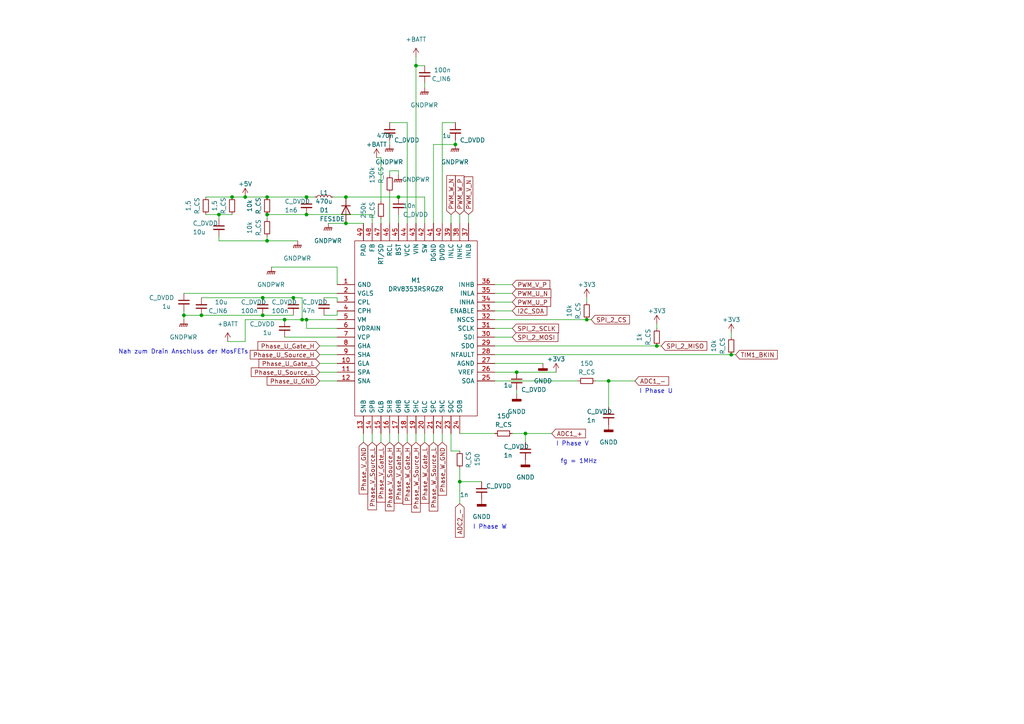
<source format=kicad_sch>
(kicad_sch (version 20230121) (generator eeschema)
  (paper "A4")
  (lib_symbols
    (symbol "Device:C_Small" (pin_numbers hide) (pin_names (offset 0.254) hide)
      (property "Reference" "C" (at 0.254 1.778 0))
      (property "Value" "C_Small" (at 0.254 -2.032 0))
      (symbol "C_Small_0_1"
        (polyline (pts (xy -1.524 -0.508) (xy 1.524 -0.508)) (stroke (width 0.3302)))
        (polyline (pts (xy -1.524 0.508) (xy 1.524 0.508)) (stroke (width 0.3048)))
      )
      (symbol "C_Small_1_1"
        (pin passive line (at 0 2.54 270) (length 2.032) (name "~") (number "1"))
        (pin passive line (at 0 -2.54 90) (length 2.032) (name "~") (number "2"))
      )
    )
    (symbol "Device:L_Small" (pin_numbers hide) (pin_names (offset 0.254) hide)
      (property "Reference" "L" (at 0.762 1.016 0))
      (property "Value" "L_Small" (at 0.762 -1.016 0))
      (symbol "L_Small_0_1"
        (arc (start 0 -2.032) (mid 0.5058 -1.524) (end 0 -1.016))
        (arc (start 0 -1.016) (mid 0.5058 -0.508) (end 0 0))
        (arc (start 0 0) (mid 0.5058 0.508) (end 0 1.016))
        (arc (start 0 1.016) (mid 0.5058 1.524) (end 0 2.032))
      )
      (symbol "L_Small_1_1"
        (pin passive line (at 0 2.54 270) (length 0.508) (name "~") (number "1"))
        (pin passive line (at 0 -2.54 90) (length 0.508) (name "~") (number "2"))
      )
    )
    (symbol "Device:R_Small" (pin_numbers hide) (pin_names (offset 0.254) hide)
      (property "Reference" "R" (at 0.762 0.508 0))
      (property "Value" "R_Small" (at 0.762 -1.016 0))
      (symbol "R_Small_0_1"
        (rectangle (start -0.762 1.778) (end 0.762 -1.778) (stroke (width 0.2032)))
      )
      (symbol "R_Small_1_1"
        (pin passive line (at 0 2.54 270) (length 0.762) (name "~") (number "1"))
        (pin passive line (at 0 -2.54 90) (length 0.762) (name "~") (number "2"))
      )
    )
    (symbol "Diode:1N914" (pin_numbers hide) (pin_names hide)
      (property "Reference" "D" (at 0 2.54 0))
      (property "Value" "1N914" (at 0 -2.54 0))
      (symbol "1N914_0_1"
        (polyline (pts (xy -1.27 1.27) (xy -1.27 -1.27)) (stroke (width 0.254)))
        (polyline (pts (xy 1.27 0) (xy -1.27 0)))
        (polyline (pts (xy 1.27 1.27) (xy 1.27 -1.27) (xy -1.27 0) (xy 1.27 1.27)) (stroke (width 0.254)))
      )
      (symbol "1N914_1_1"
        (pin passive line (at -3.81 0 0) (length 2.54) (name "K") (number "1"))
        (pin passive line (at 3.81 0 180) (length 2.54) (name "A") (number "2"))
      )
    )
    (symbol "SamacSys_Parts:DRV8353RSRGZR" (pin_names (offset 0.762))
      (property "Reference" "M" (at 41.91 17.78 0))
      (property "Value" "DRV8353RSRGZR" (at 41.91 15.24 0))
      (symbol "DRV8353RSRGZR_0_0"
        (pin passive line (at 0 0 0) (length 5.08) (name "GND") (number "1"))
        (pin passive line (at 0 -22.86 0) (length 5.08) (name "GLA") (number "10"))
        (pin passive line (at 0 -25.4 0) (length 5.08) (name "SPA") (number "11"))
        (pin passive line (at 0 -27.94 0) (length 5.08) (name "SNA") (number "12"))
        (pin passive line (at 7.62 -43.18 90) (length 5.08) (name "SNB") (number "13"))
        (pin passive line (at 10.16 -43.18 90) (length 5.08) (name "SPB") (number "14"))
        (pin passive line (at 12.7 -43.18 90) (length 5.08) (name "GLB") (number "15"))
        (pin passive line (at 15.24 -43.18 90) (length 5.08) (name "SHB") (number "16"))
        (pin passive line (at 17.78 -43.18 90) (length 5.08) (name "GHB") (number "17"))
        (pin passive line (at 20.32 -43.18 90) (length 5.08) (name "GHC") (number "18"))
        (pin passive line (at 22.86 -43.18 90) (length 5.08) (name "SHC") (number "19"))
        (pin passive line (at 0 -2.54 0) (length 5.08) (name "VGLS") (number "2"))
        (pin passive line (at 25.4 -43.18 90) (length 5.08) (name "GLC") (number "20"))
        (pin passive line (at 27.94 -43.18 90) (length 5.08) (name "SPC") (number "21"))
        (pin passive line (at 30.48 -43.18 90) (length 5.08) (name "SNC") (number "22"))
        (pin passive line (at 33.02 -43.18 90) (length 5.08) (name "SOC") (number "23"))
        (pin passive line (at 35.56 -43.18 90) (length 5.08) (name "SOB") (number "24"))
        (pin passive line (at 45.72 -27.94 180) (length 5.08) (name "SOA") (number "25"))
        (pin passive line (at 45.72 -25.4 180) (length 5.08) (name "VREF") (number "26"))
        (pin passive line (at 45.72 -22.86 180) (length 5.08) (name "AGND") (number "27"))
        (pin passive line (at 45.72 -20.32 180) (length 5.08) (name "NFAULT") (number "28"))
        (pin passive line (at 45.72 -17.78 180) (length 5.08) (name "SDO") (number "29"))
        (pin passive line (at 0 -5.08 0) (length 5.08) (name "CPL") (number "3"))
        (pin passive line (at 45.72 -15.24 180) (length 5.08) (name "SDI") (number "30"))
        (pin passive line (at 45.72 -12.7 180) (length 5.08) (name "SCLK") (number "31"))
        (pin passive line (at 45.72 -10.16 180) (length 5.08) (name "NSCS") (number "32"))
        (pin passive line (at 45.72 -7.62 180) (length 5.08) (name "ENABLE") (number "33"))
        (pin passive line (at 45.72 -5.08 180) (length 5.08) (name "INHA") (number "34"))
        (pin passive line (at 45.72 -2.54 180) (length 5.08) (name "INLA") (number "35"))
        (pin passive line (at 45.72 0 180) (length 5.08) (name "INHB") (number "36"))
        (pin passive line (at 38.1 17.78 270) (length 5.08) (name "INLB") (number "37"))
        (pin passive line (at 35.56 17.78 270) (length 5.08) (name "INHC") (number "38"))
        (pin passive line (at 33.02 17.78 270) (length 5.08) (name "INLC") (number "39"))
        (pin passive line (at 0 -7.62 0) (length 5.08) (name "CPH") (number "4"))
        (pin passive line (at 30.48 17.78 270) (length 5.08) (name "DVDD") (number "40"))
        (pin passive line (at 27.94 17.78 270) (length 5.08) (name "DGND") (number "41"))
        (pin passive line (at 25.4 17.78 270) (length 5.08) (name "SW") (number "42"))
        (pin passive line (at 22.86 17.78 270) (length 5.08) (name "VIN") (number "43"))
        (pin passive line (at 20.32 17.78 270) (length 5.08) (name "VCC") (number "44"))
        (pin passive line (at 17.78 17.78 270) (length 5.08) (name "BST") (number "45"))
        (pin passive line (at 15.24 17.78 270) (length 5.08) (name "RCL") (number "46"))
        (pin passive line (at 12.7 17.78 270) (length 5.08) (name "RT/SD") (number "47"))
        (pin passive line (at 10.16 17.78 270) (length 5.08) (name "FB") (number "48"))
        (pin passive line (at 7.62 17.78 270) (length 5.08) (name "PAD") (number "49"))
        (pin passive line (at 0 -10.16 0) (length 5.08) (name "VM") (number "5"))
        (pin passive line (at 0 -12.7 0) (length 5.08) (name "VDRAIN") (number "6"))
        (pin passive line (at 0 -15.24 0) (length 5.08) (name "VCP") (number "7"))
        (pin passive line (at 0 -17.78 0) (length 5.08) (name "GHA") (number "8"))
        (pin passive line (at 0 -20.32 0) (length 5.08) (name "SHA") (number "9"))
      )
      (symbol "DRV8353RSRGZR_0_1"
        (polyline (pts (xy 5.08 12.7) (xy 40.64 12.7) (xy 40.64 -38.1) (xy 5.08 -38.1) (xy 5.08 12.7)) (stroke (width 0.1524)))
      )
    )
    (symbol "power:+3.3V" (power) (pin_names (offset 0))
      (property "Value" "+3.3V" (at 0 3.556 0))
      (symbol "+3.3V_0_1"
        (polyline (pts (xy -0.762 1.27) (xy 0 2.54)))
        (polyline (pts (xy 0 0) (xy 0 2.54)))
        (polyline (pts (xy 0 2.54) (xy 0.762 1.27)))
      )
      (symbol "+3.3V_1_1"
        (pin power_in line (at 0 0 90) (length 0) hide (name "+3V3") (number "1"))
      )
    )
    (symbol "power:+5V" (power) (pin_names (offset 0))
      (property "Value" "+5V" (at 0 3.556 0))
      (symbol "+5V_0_1"
        (polyline (pts (xy -0.762 1.27) (xy 0 2.54)))
        (polyline (pts (xy 0 0) (xy 0 2.54)))
        (polyline (pts (xy 0 2.54) (xy 0.762 1.27)))
      )
      (symbol "+5V_1_1"
        (pin power_in line (at 0 0 90) (length 0) hide (name "+5V") (number "1"))
      )
    )
    (symbol "power:+BATT" (power) (pin_names (offset 0))
      (property "Value" "+BATT" (at 0 3.556 0))
      (symbol "+BATT_0_1"
        (polyline (pts (xy -0.762 1.27) (xy 0 2.54)))
        (polyline (pts (xy 0 0) (xy 0 2.54)))
        (polyline (pts (xy 0 2.54) (xy 0.762 1.27)))
      )
      (symbol "+BATT_1_1"
        (pin power_in line (at 0 0 90) (length 0) hide (name "+BATT") (number "1"))
      )
    )
    (symbol "power:GNDD" (power) (pin_names (offset 0))
      (property "Value" "GNDD" (at 0 -3.175 0))
      (symbol "GNDD_0_1"
        (rectangle (start -1.27 -1.524) (end 1.27 -2.032) (stroke (width 0.254)) (fill (type outline)))
        (polyline (pts (xy 0 0) (xy 0 -1.524)))
      )
      (symbol "GNDD_1_1"
        (pin power_in line (at 0 0 270) (length 0) hide (name "GNDD") (number "1"))
      )
    )
    (symbol "power:GNDPWR" (power) (pin_names (offset 0))
      (property "Value" "GNDPWR" (at 0 -3.302 0))
      (symbol "GNDPWR_0_1"
        (polyline (pts (xy 0 -1.27) (xy 0 0)))
        (polyline (pts (xy -1.016 -1.27) (xy -1.27 -2.032) (xy -1.27 -2.032)) (stroke (width 0.2032)))
        (polyline (pts (xy -0.508 -1.27) (xy -0.762 -2.032) (xy -0.762 -2.032)) (stroke (width 0.2032)))
        (polyline (pts (xy 0 -1.27) (xy -0.254 -2.032) (xy -0.254 -2.032)) (stroke (width 0.2032)))
        (polyline (pts (xy 0.508 -1.27) (xy 0.254 -2.032) (xy 0.254 -2.032)) (stroke (width 0.2032)))
        (polyline (pts (xy 1.016 -1.27) (xy -1.016 -1.27) (xy -1.016 -1.27)) (stroke (width 0.2032)))
        (polyline (pts (xy 1.016 -1.27) (xy 0.762 -2.032) (xy 0.762 -2.032) (xy 0.762 -2.032)) (stroke (width 0.2032)))
      )
      (symbol "GNDPWR_1_1"
        (pin power_in line (at 0 0 270) (length 0) hide (name "GNDPWR") (number "1"))
      )
    )
  )
  (junction (at 115.57 57.15))
  (junction (at 85.09 86.36))
  (junction (at 100.33 57.15))
  (junction (at 77.47 57.15))
  (junction (at 88.9 62.23))
  (junction (at 76.2 86.36))
  (junction (at 100.33 64.77))
  (junction (at 149.86 107.95))
  (junction (at 152.4 125.73))
  (junction (at 53.34 91.44))
  (junction (at 63.5 62.23))
  (junction (at 76.2 91.44))
  (junction (at 77.47 62.23))
  (junction (at 82.55 92.71))
  (junction (at 77.47 69.85))
  (junction (at 88.9 92.71))
  (junction (at 67.31 57.15))
  (junction (at 170.18 92.71))
  (junction (at 133.35 139.7))
  (junction (at 88.9 57.15))
  (junction (at 71.12 57.15))
  (junction (at 212.09 102.87))
  (junction (at 87.63 92.71))
  (junction (at 176.53 110.49))
  (junction (at 120.65 19.05))
  (junction (at 132.08 41.91))
  (junction (at 58.42 91.44))
  (junction (at 190.5 100.33))
  (wire (pts (xy 190.5 100.33) (xy 191.77 100.33)))
  (wire (pts (xy 128.27 35.56) (xy 128.27 64.77)))
  (wire (pts (xy 113.03 40.64) (xy 113.03 41.91)))
  (wire (pts (xy 143.51 110.49) (xy 167.64 110.49)))
  (wire (pts (xy 63.5 62.23) (xy 67.31 62.23)))
  (wire (pts (xy 125.73 125.73) (xy 125.73 128.27)))
  (wire (pts (xy 110.49 63.5) (xy 110.49 64.77)))
  (wire (pts (xy 105.41 125.73) (xy 105.41 128.27)))
  (wire (pts (xy 212.09 96.52) (xy 212.09 97.79)))
  (wire (pts (xy 143.51 90.17) (xy 148.59 90.17)))
  (wire (pts (xy 120.65 125.73) (xy 120.65 128.27)))
  (wire (pts (xy 71.12 92.71) (xy 82.55 92.71)))
  (wire (pts (xy 67.31 57.15) (xy 71.12 57.15)))
  (wire (pts (xy 130.81 130.81) (xy 133.35 130.81)))
  (wire (pts (xy 130.81 62.23) (xy 130.81 64.77)))
  (wire (pts (xy 77.47 62.23) (xy 77.47 63.5)))
  (wire (pts (xy 143.51 87.63) (xy 148.59 87.63)))
  (wire (pts (xy 85.09 86.36) (xy 87.63 86.36)))
  (wire (pts (xy 152.4 128.27) (xy 152.4 125.73)))
  (wire (pts (xy 95.25 64.77) (xy 100.33 64.77)))
  (wire (pts (xy 143.51 105.41) (xy 157.48 105.41)))
  (wire (pts (xy 149.86 107.95) (xy 161.29 107.95)))
  (wire (pts (xy 77.47 69.85) (xy 86.36 69.85)))
  (wire (pts (xy 88.9 57.15) (xy 91.44 57.15)))
  (wire (pts (xy 58.42 91.44) (xy 76.2 91.44)))
  (wire (pts (xy 87.63 86.36) (xy 87.63 92.71)))
  (wire (pts (xy 118.11 35.56) (xy 118.11 64.77)))
  (wire (pts (xy 120.65 19.05) (xy 120.65 64.77)))
  (wire (pts (xy 100.33 64.77) (xy 105.41 64.77)))
  (wire (pts (xy 113.03 49.53) (xy 115.57 49.53)))
  (wire (pts (xy 143.51 82.55) (xy 148.59 82.55)))
  (wire (pts (xy 143.51 85.09) (xy 148.59 85.09)))
  (wire (pts (xy 135.89 62.23) (xy 135.89 64.77)))
  (wire (pts (xy 113.03 55.88) (xy 113.03 64.77)))
  (wire (pts (xy 110.49 45.72) (xy 110.49 58.42)))
  (wire (pts (xy 88.9 95.25) (xy 97.79 95.25)))
  (wire (pts (xy 82.55 97.79) (xy 97.79 97.79)))
  (wire (pts (xy 143.51 107.95) (xy 149.86 107.95)))
  (wire (pts (xy 93.98 86.36) (xy 97.79 86.36)))
  (wire (pts (xy 58.42 86.36) (xy 76.2 86.36)))
  (wire (pts (xy 77.47 62.23) (xy 88.9 62.23)))
  (wire (pts (xy 170.18 92.71) (xy 171.45 92.71)))
  (wire (pts (xy 63.5 68.58) (xy 63.5 69.85)))
  (wire (pts (xy 77.47 68.58) (xy 77.47 69.85)))
  (wire (pts (xy 120.65 16.51) (xy 120.65 19.05)))
  (wire (pts (xy 77.47 57.15) (xy 88.9 57.15)))
  (wire (pts (xy 128.27 125.73) (xy 128.27 128.27)))
  (wire (pts (xy 133.35 146.05) (xy 133.35 139.7)))
  (wire (pts (xy 149.86 113.03) (xy 149.86 114.3)))
  (wire (pts (xy 113.03 49.53) (xy 113.03 50.8)))
  (wire (pts (xy 115.57 62.23) (xy 115.57 64.77)))
  (wire (pts (xy 88.9 92.71) (xy 97.79 92.71)))
  (wire (pts (xy 132.08 40.64) (xy 132.08 41.91)))
  (wire (pts (xy 92.71 100.33) (xy 97.79 100.33)))
  (wire (pts (xy 110.49 125.73) (xy 110.49 128.27)))
  (wire (pts (xy 59.69 62.23) (xy 63.5 62.23)))
  (wire (pts (xy 133.35 139.7) (xy 133.35 135.89)))
  (wire (pts (xy 170.18 86.36) (xy 170.18 87.63)))
  (wire (pts (xy 143.51 95.25) (xy 148.59 95.25)))
  (wire (pts (xy 100.33 57.15) (xy 115.57 57.15)))
  (wire (pts (xy 87.63 92.71) (xy 88.9 92.71)))
  (wire (pts (xy 53.34 85.09) (xy 97.79 85.09)))
  (wire (pts (xy 92.71 105.41) (xy 97.79 105.41)))
  (wire (pts (xy 190.5 93.98) (xy 190.5 95.25)))
  (wire (pts (xy 115.57 57.15) (xy 123.19 57.15)))
  (wire (pts (xy 115.57 125.73) (xy 115.57 128.27)))
  (wire (pts (xy 143.51 100.33) (xy 190.5 100.33)))
  (wire (pts (xy 96.52 57.15) (xy 100.33 57.15)))
  (wire (pts (xy 88.9 92.71) (xy 88.9 95.25)))
  (wire (pts (xy 110.49 45.72) (xy 109.22 45.72)))
  (wire (pts (xy 176.53 110.49) (xy 176.53 118.11)))
  (wire (pts (xy 113.03 125.73) (xy 113.03 128.27)))
  (wire (pts (xy 120.65 19.05) (xy 123.19 19.05)))
  (wire (pts (xy 66.04 99.06) (xy 71.12 99.06)))
  (wire (pts (xy 82.55 92.71) (xy 87.63 92.71)))
  (wire (pts (xy 125.73 41.91) (xy 132.08 41.91)))
  (wire (pts (xy 97.79 86.36) (xy 97.79 87.63)))
  (wire (pts (xy 115.57 49.53) (xy 115.57 50.8)))
  (wire (pts (xy 53.34 91.44) (xy 58.42 91.44)))
  (wire (pts (xy 76.2 91.44) (xy 85.09 91.44)))
  (wire (pts (xy 107.95 125.73) (xy 107.95 128.27)))
  (wire (pts (xy 92.71 107.95) (xy 97.79 107.95)))
  (wire (pts (xy 107.95 62.23) (xy 107.95 64.77)))
  (wire (pts (xy 143.51 97.79) (xy 148.59 97.79)))
  (wire (pts (xy 212.09 102.87) (xy 213.36 102.87)))
  (wire (pts (xy 143.51 92.71) (xy 170.18 92.71)))
  (wire (pts (xy 63.5 62.23) (xy 63.5 63.5)))
  (wire (pts (xy 123.19 57.15) (xy 123.19 64.77)))
  (wire (pts (xy 123.19 24.13) (xy 123.19 25.4)))
  (wire (pts (xy 76.2 86.36) (xy 85.09 86.36)))
  (wire (pts (xy 128.27 35.56) (xy 132.08 35.56)))
  (wire (pts (xy 92.71 110.49) (xy 97.79 110.49)))
  (wire (pts (xy 71.12 57.15) (xy 77.47 57.15)))
  (wire (pts (xy 63.5 69.85) (xy 77.47 69.85)))
  (wire (pts (xy 93.98 91.44) (xy 97.79 91.44)))
  (wire (pts (xy 53.34 90.17) (xy 53.34 91.44)))
  (wire (pts (xy 130.81 125.73) (xy 130.81 130.81)))
  (wire (pts (xy 143.51 102.87) (xy 212.09 102.87)))
  (wire (pts (xy 53.34 91.44) (xy 53.34 92.71)))
  (wire (pts (xy 123.19 125.73) (xy 123.19 128.27)))
  (wire (pts (xy 160.02 125.73) (xy 152.4 125.73)))
  (wire (pts (xy 71.12 92.71) (xy 71.12 99.06)))
  (wire (pts (xy 92.71 102.87) (xy 97.79 102.87)))
  (wire (pts (xy 78.74 77.47) (xy 97.79 77.47)))
  (wire (pts (xy 97.79 90.17) (xy 97.79 91.44)))
  (wire (pts (xy 152.4 125.73) (xy 148.59 125.73)))
  (wire (pts (xy 88.9 62.23) (xy 107.95 62.23)))
  (wire (pts (xy 97.79 77.47) (xy 97.79 82.55)))
  (wire (pts (xy 172.72 110.49) (xy 176.53 110.49)))
  (wire (pts (xy 125.73 41.91) (xy 125.73 64.77)))
  (wire (pts (xy 133.35 125.73) (xy 143.51 125.73)))
  (wire (pts (xy 118.11 125.73) (xy 118.11 128.27)))
  (wire (pts (xy 113.03 35.56) (xy 118.11 35.56)))
  (wire (pts (xy 133.35 62.23) (xy 133.35 64.77)))
  (wire (pts (xy 176.53 110.49) (xy 184.15 110.49)))
  (wire (pts (xy 59.69 57.15) (xy 67.31 57.15)))
  (wire (pts (xy 139.7 139.7) (xy 133.35 139.7)))
  (text "fg = 1MHz" (at 162.56 134.62 0) (effects (font (size 1.27 1.27)) (justify left bottom)))
  (text "I Phase W" (at 137.16 153.67 0) (effects (font (size 1.27 1.27)) (justify left bottom)))
  (text "Nah zum Drain Anschluss der MosFETs" (at 34.29 102.87 0) (effects (font (size 1.27 1.27)) (justify left bottom)))
  (text "I Phase U" (at 185.42 114.3 0) (effects (font (size 1.27 1.27)) (justify left bottom)))
  (text "I Phase V" (at 161.29 129.54 0) (effects (font (size 1.27 1.27)) (justify left bottom)))
  (global_label "PWM_W_N" (shape input) (at 130.81 62.23 90) (property "Intersheetrefs" "${INTERSHEET_REFS}" (effects hide)))
  (global_label "PWM_U_N" (shape input) (at 148.59 85.09 0) (property "Intersheetrefs" "${INTERSHEET_REFS}" (effects hide)))
  (global_label "PWM_V_P" (shape input) (at 148.59 82.55 0) (property "Intersheetrefs" "${INTERSHEET_REFS}" (effects hide)))
  (global_label "Phase_U_Source_L" (shape input) (at 92.71 107.95 180) (property "Intersheetrefs" "${INTERSHEET_REFS}" (effects hide)))
  (global_label "Phase_W_Gate_H" (shape input) (at 118.11 128.27 270) (property "Intersheetrefs" "${INTERSHEET_REFS}" (effects hide)))
  (global_label "Phase_W_Source_H" (shape input) (at 120.65 128.27 270) (property "Intersheetrefs" "${INTERSHEET_REFS}" (effects hide)))
  (global_label "Phase_V_Source_H" (shape input) (at 113.03 128.27 270) (property "Intersheetrefs" "${INTERSHEET_REFS}" (effects hide)))
  (global_label "Phase_V_Source_L" (shape input) (at 107.95 128.27 270) (property "Intersheetrefs" "${INTERSHEET_REFS}" (effects hide)))
  (global_label "Phase_U_Gate_L" (shape input) (at 92.71 105.41 180) (property "Intersheetrefs" "${INTERSHEET_REFS}" (effects hide)))
  (global_label "Phase_U_Source_H" (shape input) (at 92.71 102.87 180) (property "Intersheetrefs" "${INTERSHEET_REFS}" (effects hide)))
  (global_label "Phase_V_GND" (shape input) (at 105.41 128.27 270) (property "Intersheetrefs" "${INTERSHEET_REFS}" (effects hide)))
  (global_label "Phase_W_GND" (shape input) (at 128.27 128.27 270) (property "Intersheetrefs" "${INTERSHEET_REFS}" (effects hide)))
  (global_label "PWM_V_N" (shape input) (at 135.89 62.23 90) (property "Intersheetrefs" "${INTERSHEET_REFS}" (effects hide)))
  (global_label "ADC1_+" (shape input) (at 160.02 125.73 0) (property "Intersheetrefs" "${INTERSHEET_REFS}" (effects hide)))
  (global_label "SPI_2_SCLK" (shape input) (at 148.59 95.25 0) (property "Intersheetrefs" "${INTERSHEET_REFS}" (effects hide)))
  (global_label "PWM_W_P" (shape input) (at 133.35 62.23 90) (property "Intersheetrefs" "${INTERSHEET_REFS}" (effects hide)))
  (global_label "I2C_SDA" (shape input) (at 148.59 90.17 0) (property "Intersheetrefs" "${INTERSHEET_REFS}" (effects hide)))
  (global_label "PWM_U_P" (shape input) (at 148.59 87.63 0) (property "Intersheetrefs" "${INTERSHEET_REFS}" (effects hide)))
  (global_label "Phase_W_Source_L" (shape input) (at 125.73 128.27 270) (property "Intersheetrefs" "${INTERSHEET_REFS}" (effects hide)))
  (global_label "SPI_2_MISO" (shape input) (at 191.77 100.33 0) (property "Intersheetrefs" "${INTERSHEET_REFS}" (effects hide)))
  (global_label "SPI_2_MOSI" (shape input) (at 148.59 97.79 0) (property "Intersheetrefs" "${INTERSHEET_REFS}" (effects hide)))
  (global_label "ADC2_-" (shape input) (at 133.35 146.05 270) (property "Intersheetrefs" "${INTERSHEET_REFS}" (effects hide)))
  (global_label "ADC1_-" (shape input) (at 184.15 110.49 0) (property "Intersheetrefs" "${INTERSHEET_REFS}" (effects hide)))
  (global_label "Phase_V_Gate_L" (shape input) (at 110.49 128.27 270) (property "Intersheetrefs" "${INTERSHEET_REFS}" (effects hide)))
  (global_label "Phase_U_GND" (shape input) (at 92.71 110.49 180) (property "Intersheetrefs" "${INTERSHEET_REFS}" (effects hide)))
  (global_label "Phase_W_Gate_L" (shape input) (at 123.19 128.27 270) (property "Intersheetrefs" "${INTERSHEET_REFS}" (effects hide)))
  (global_label "SPI_2_CS" (shape input) (at 171.45 92.71 0) (property "Intersheetrefs" "${INTERSHEET_REFS}" (effects hide)))
  (global_label "Phase_V_Gate_H" (shape input) (at 115.57 128.27 270) (property "Intersheetrefs" "${INTERSHEET_REFS}" (effects hide)))
  (global_label "TIM1_BKIN" (shape input) (at 213.36 102.87 0) (property "Intersheetrefs" "${INTERSHEET_REFS}" (effects hide)))
  (global_label "Phase_U_Gate_H" (shape input) (at 92.71 100.33 180) (property "Intersheetrefs" "${INTERSHEET_REFS}" (effects hide)))
  (symbol (lib_id "Device:C_Small") (at 85.09 88.9 0) (unit 1)
    (property "Reference" "C_DVDD" (at 78.74 87.63 0) (effects (justify left)))
    (property "Value" "100n" (at 78.74 90.17 0) (effects (justify left)))
    (property "Footprint" "Capacitor_SMD:C_0402_1005Metric" (effects hide))
    (property "Datasheet" "https://www.mouser.de/ProductDetail/Taiyo-Yuden/TMK107B7105MA-T?qs=VWNNG7jHlrKKMg%252BvIL9SkQ%3D%3D" (effects hide))
    (instances (project "Leistungs_Halbleiter_Platine" (path "" (reference "C_DVDD") (unit 1))) (project "Servo_Controller_Rev2" (path "" (reference "C_DVDD") (unit 1))) (project "Servo_Treiber" (path "" (reference "C_I_V1") (unit 1))) (project "Leistungsteil" (path "" (reference "C_VM1") (unit 1))))
  )
  (symbol (lib_id "Device:C_Small") (at 113.03 38.1 0) (unit 1)
    (property "Reference" "C_DVDD" (at 114.3 40.64 0) (effects (justify left)))
    (property "Value" "470n" (at 109.22 39.37 0) (effects (justify left)))
    (property "Footprint" "Capacitor_SMD:C_0402_1005Metric" (effects hide))
    (property "Datasheet" "https://www.mouser.de/ProductDetail/Taiyo-Yuden/TMK107B7105MA-T?qs=VWNNG7jHlrKKMg%252BvIL9SkQ%3D%3D" (effects hide))
    (instances (project "Leistungs_Halbleiter_Platine" (path "" (reference "C_DVDD") (unit 1))) (project "Servo_Controller_Rev2" (path "" (reference "C_DVDD") (unit 1))) (project "Servo_Treiber" (path "" (reference "C_I_W1") (unit 1))) (project "Leistungsteil" (path "" (reference "C_VCC1") (unit 1))))
  )
  (symbol (lib_id "Device:R_Small") (at 113.03 53.34 180) (unit 1)
    (property "Reference" "R_CS" (at 110.49 50.8 90))
    (property "Value" "130k" (at 107.95 50.8 90))
    (property "Footprint" "Resistor_SMD:R_0201_0603Metric" (effects hide))
    (instances (project "Leistungs_Halbleiter_Platine" (path "" (reference "R_CS") (unit 1))) (project "Servo_Controller_Rev2" (path "" (reference "R_CS") (unit 1))) (project "Servo_Treiber" (path "" (reference "R_I_V1") (unit 1))) (project "Leistungsteil" (path "" (reference "R_RCL1") (unit 1))))
  )
  (symbol (lib_id "power:+5V") (at 71.12 57.15 0) (unit 1)
    (property "Reference" "#PWR036" (effects hide))
    (property "Value" "+5V" (at 71.12 53.34 0))
  )
  (symbol (lib_id "Device:C_Small") (at 115.57 59.69 0) (unit 1)
    (property "Reference" "C_DVDD" (at 116.84 62.23 0) (effects (justify left)))
    (property "Value" "10n" (at 116.84 59.69 0) (effects (justify left)))
    (property "Footprint" "Capacitor_SMD:C_0402_1005Metric" (effects hide))
    (property "Datasheet" "https://www.mouser.de/ProductDetail/Taiyo-Yuden/TMK107B7105MA-T?qs=VWNNG7jHlrKKMg%252BvIL9SkQ%3D%3D" (effects hide))
    (instances (project "Leistungs_Halbleiter_Platine" (path "" (reference "C_DVDD") (unit 1))) (project "Servo_Controller_Rev2" (path "" (reference "C_DVDD") (unit 1))) (project "Servo_Treiber" (path "" (reference "C_I_W1") (unit 1))) (project "Leistungsteil" (path "" (reference "C_BST1") (unit 1))))
  )
  (symbol (lib_id "power:GNDD") (at 149.86 114.3 0) (unit 1)
    (property "Reference" "#PWR098" (effects hide))
    (property "Value" "GNDD" (at 149.86 119.38 0))
    (instances (project "Leistungs_Halbleiter_Platine" (path "" (reference "#PWR098") (unit 1))) (project "Servo_Controller_Rev2" (path "" (reference "#PWR098") (unit 1))) (project "Servo_Treiber" (path "" (reference "#PWR060") (unit 1))) (project "Leistungsteil" (path "" (reference "#PWR029") (unit 1))))
  )
  (symbol (lib_id "Device:C_Small") (at 176.53 120.65 0) (unit 1)
    (property "Reference" "C_DVDD" (at 170.18 119.38 0) (effects (justify left)))
    (property "Value" "1n" (at 170.18 121.92 0) (effects (justify left)))
    (property "Footprint" "Capacitor_SMD:C_0201_0603Metric" (effects hide))
    (property "Datasheet" "https://www.mouser.de/ProductDetail/Taiyo-Yuden/TMK107B7105MA-T?qs=VWNNG7jHlrKKMg%252BvIL9SkQ%3D%3D" (effects hide))
    (instances (project "Leistungs_Halbleiter_Platine" (path "" (reference "C_DVDD") (unit 1))) (project "Servo_Controller_Rev2" (path "" (reference "C_DVDD") (unit 1))) (project "Servo_Treiber" (path "" (reference "C_I_U1") (unit 1))) (project "Leistungsteil" (path "" (reference "C_Filter_U1") (unit 1))))
  )
  (symbol (lib_id "Device:C_Small") (at 88.9 59.69 0) (unit 1)
    (property "Reference" "C_DVDD" (at 82.55 58.42 0) (effects (justify left)))
    (property "Value" "1n6" (at 82.55 60.96 0) (effects (justify left)))
    (property "Footprint" "Capacitor_SMD:C_0402_1005Metric" (effects hide))
    (property "Datasheet" "https://www.mouser.de/ProductDetail/Taiyo-Yuden/TMK107B7105MA-T?qs=VWNNG7jHlrKKMg%252BvIL9SkQ%3D%3D" (effects hide))
    (instances (project "Leistungs_Halbleiter_Platine" (path "" (reference "C_DVDD") (unit 1))) (project "Servo_Controller_Rev2" (path "" (reference "C_DVDD") (unit 1))) (project "Servo_Treiber" (path "" (reference "C_I_W1") (unit 1))) (project "Leistungsteil" (path "" (reference "C_FB1") (unit 1))))
  )
  (symbol (lib_id "power:+BATT") (at 120.65 16.51 0) (unit 1)
    (property "Reference" "#PWR055" (effects hide))
    (property "Value" "+BATT" (at 120.65 11.43 0))
    (instances (project "Leistungs_Halbleiter_Platine" (path "" (reference "#PWR055") (unit 1))) (project "Servo_Controller_Rev2" (path "" (reference "#PWR055") (unit 1))) (project "Servo_Controller_Rev1_2" (path "" (reference "#PWR?") (unit 1))) (project "Halbrücken" (path "" (reference "#PWR055") (unit 1))) (project "Servo_Treiber" (path "" (reference "#PWR014") (unit 1))) (project "Leistungsteil" (path "" (reference "#PWR07") (unit 1)) (path "" (reference "#PWR026") (unit 1))))
  )
  (symbol (lib_id "power:GNDD") (at 139.7 144.78 0) (unit 1)
    (property "Reference" "#PWR098" (effects hide))
    (property "Value" "GNDD" (at 139.7 149.86 0))
    (instances (project "Leistungs_Halbleiter_Platine" (path "" (reference "#PWR098") (unit 1))) (project "Servo_Controller_Rev2" (path "" (reference "#PWR098") (unit 1))) (project "Servo_Treiber" (path "" (reference "#PWR062") (unit 1))) (project "Leistungsteil" (path "" (reference "#PWR025") (unit 1))))
  )
  (symbol (lib_id "power:GNDPWR") (at 132.08 41.91 0) (unit 1)
    (property "Reference" "#PWR019" (effects hide))
    (property "Value" "GNDPWR" (at 131.953 46.99 0))
  )
  (symbol (lib_id "Device:R_Small") (at 212.09 100.33 180) (unit 1)
    (property "Reference" "R_CS" (at 209.55 100.33 90))
    (property "Value" "10k" (at 207.01 100.33 90))
    (property "Footprint" "Resistor_SMD:R_0201_0603Metric" (effects hide))
    (instances (project "Leistungs_Halbleiter_Platine" (path "" (reference "R_CS") (unit 1))) (project "Servo_Controller_Rev2" (path "" (reference "R_CS") (unit 1))) (project "Servo_Treiber" (path "" (reference "R_I_U1") (unit 1))) (project "Leistungsteil" (path "" (reference "R_Fault1") (unit 1))))
  )
  (symbol (lib_id "Device:R_Small") (at 110.49 60.96 180) (unit 1)
    (property "Reference" "R_CS" (at 107.95 60.96 90))
    (property "Value" "250k" (at 105.41 60.96 90))
    (property "Footprint" "Resistor_SMD:R_0201_0603Metric" (effects hide))
    (instances (project "Leistungs_Halbleiter_Platine" (path "" (reference "R_CS") (unit 1))) (project "Servo_Controller_Rev2" (path "" (reference "R_CS") (unit 1))) (project "Servo_Treiber" (path "" (reference "R_I_V1") (unit 1))) (project "Leistungsteil" (path "" (reference "R_RT/SD1") (unit 1))))
  )
  (symbol (lib_id "power:+3.3V") (at 190.5 93.98 0) (unit 1)
    (property "Reference" "#PWR040" (effects hide))
    (property "Value" "+3.3V" (at 190.5 90.17 0))
    (instances (project "USB_CAN" (path "" (reference "#PWR040") (unit 1))) (project "MCU_Board" (path "" (reference "#PWR011") (unit 1)) (path "" (reference "#PWR01") (unit 1))) (project "UNI_Projekt" (path "" (reference "#PWR024") (unit 1))) (project "Servo_Steuerung" (path "" (reference "#PWR028") (unit 1)) (path "" (reference "#PWR028") (unit 1))) (project "Leistungsteil" (path "" (reference "#PWR02") (unit 1)) (path "" (reference "#PWR017") (unit 1))))
  )
  (symbol (lib_id "Device:R_Small") (at 59.69 59.69 180) (unit 1)
    (property "Reference" "R_CS" (at 57.15 59.69 90))
    (property "Value" "1,5" (at 54.61 59.69 90))
    (property "Footprint" "Resistor_SMD:R_0603_1608Metric" (effects hide))
    (instances (project "Leistungs_Halbleiter_Platine" (path "" (reference "R_CS") (unit 1))) (project "Servo_Controller_Rev2" (path "" (reference "R_CS") (unit 1))) (project "Servo_Treiber" (path "" (reference "R_I_V1") (unit 1))) (project "Leistungsteil" (path "" (reference "R_C_s1") (unit 1))))
  )
  (symbol (lib_id "Device:R_Small") (at 67.31 59.69 180) (unit 1)
    (property "Reference" "R_CS" (at 64.77 59.69 90))
    (property "Value" "1,5" (at 62.23 59.69 90))
    (property "Footprint" "Resistor_SMD:R_0603_1608Metric" (effects hide))
    (instances (project "Leistungs_Halbleiter_Platine" (path "" (reference "R_CS") (unit 1))) (project "Servo_Controller_Rev2" (path "" (reference "R_CS") (unit 1))) (project "Servo_Treiber" (path "" (reference "R_I_V1") (unit 1))) (project "Leistungsteil" (path "" (reference "R_C_s2") (unit 1))))
  )
  (symbol (lib_id "Device:R_Small") (at 146.05 125.73 90) (unit 1)
    (property "Reference" "R_CS" (at 146.05 123.19 90))
    (property "Value" "150" (at 146.05 120.65 90))
    (property "Footprint" "Resistor_SMD:R_0201_0603Metric" (effects hide))
    (instances (project "Leistungs_Halbleiter_Platine" (path "" (reference "R_CS") (unit 1))) (project "Servo_Controller_Rev2" (path "" (reference "R_CS") (unit 1))) (project "Servo_Treiber" (path "" (reference "R_I_V1") (unit 1))) (project "Leistungsteil" (path "" (reference "R_CS2") (unit 1))))
  )
  (symbol (lib_id "power:GNDPWR") (at 95.25 64.77 0) (unit 1)
    (property "Reference" "#PWR04" (effects hide))
    (property "Value" "GNDPWR" (at 95.123 69.85 0))
  )
  (symbol (lib_id "Diode:1N914") (at 100.33 60.96 270) (unit 1)
    (property "Reference" "D1" (at 92.71 60.96 90) (effects (justify left)))
    (property "Value" "FES1DE" (at 92.71 63.5 90) (effects (justify left)))
    (property "Footprint" "Custom:DO-219AA" (effects hide))
    (property "Datasheet" "https://www.diodes.com/assets/Datasheets/FES1DE.pdf" (effects hide))
    (property "Sim.Device" "D" (effects hide))
    (property "Sim.Pins" "1=K 2=A" (effects hide))
  )
  (symbol (lib_id "power:+3.3V") (at 212.09 96.52 0) (unit 1)
    (property "Reference" "#PWR040" (effects hide))
    (property "Value" "+3.3V" (at 212.09 92.71 0))
    (instances (project "USB_CAN" (path "" (reference "#PWR040") (unit 1))) (project "MCU_Board" (path "" (reference "#PWR011") (unit 1)) (path "" (reference "#PWR01") (unit 1))) (project "UNI_Projekt" (path "" (reference "#PWR024") (unit 1))) (project "Servo_Steuerung" (path "" (reference "#PWR028") (unit 1)) (path "" (reference "#PWR028") (unit 1))) (project "Leistungsteil" (path "" (reference "#PWR02") (unit 1)) (path "" (reference "#PWR031") (unit 1))))
  )
  (symbol (lib_id "Device:C_Small") (at 63.5 66.04 0) (unit 1)
    (property "Reference" "C_DVDD" (at 55.88 64.77 0) (effects (justify left)))
    (property "Value" "10u" (at 55.88 67.31 0) (effects (justify left)))
    (property "Footprint" "Capacitor_SMD:C_0603_1608Metric" (effects hide))
    (property "Datasheet" "https://www.mouser.de/ProductDetail/Taiyo-Yuden/TMK107B7105MA-T?qs=VWNNG7jHlrKKMg%252BvIL9SkQ%3D%3D" (effects hide))
    (instances (project "Leistungs_Halbleiter_Platine" (path "" (reference "C_DVDD") (unit 1))) (project "Servo_Controller_Rev2" (path "" (reference "C_DVDD") (unit 1))) (project "Servo_Treiber" (path "" (reference "C_I_W1") (unit 1))) (project "Leistungsteil" (path "" (reference "C_5V1") (unit 1))))
  )
  (symbol (lib_id "power:GNDD") (at 176.53 123.19 0) (unit 1)
    (property "Reference" "#PWR098" (effects hide))
    (property "Value" "GNDD" (at 176.53 128.27 0))
    (instances (project "Leistungs_Halbleiter_Platine" (path "" (reference "#PWR098") (unit 1))) (project "Servo_Controller_Rev2" (path "" (reference "#PWR098") (unit 1))) (project "Servo_Treiber" (path "" (reference "#PWR060") (unit 1))) (project "Leistungsteil" (path "" (reference "#PWR023") (unit 1))))
  )
  (symbol (lib_id "Device:R_Small") (at 133.35 133.35 0) (unit 1)
    (property "Reference" "R_CS" (at 135.89 133.35 90))
    (property "Value" "150" (at 138.43 133.35 90))
    (property "Footprint" "Resistor_SMD:R_0201_0603Metric" (effects hide))
    (instances (project "Leistungs_Halbleiter_Platine" (path "" (reference "R_CS") (unit 1))) (project "Servo_Controller_Rev2" (path "" (reference "R_CS") (unit 1))) (project "Servo_Treiber" (path "" (reference "R_I_W1") (unit 1))) (project "Leistungsteil" (path "" (reference "R_CS3") (unit 1))))
  )
  (symbol (lib_id "Device:C_Small") (at 53.34 87.63 0) (unit 1)
    (property "Reference" "C_DVDD" (at 43.18 86.36 0) (effects (justify left)))
    (property "Value" "1u" (at 46.99 88.9 0) (effects (justify left)))
    (property "Footprint" "Capacitor_SMD:C_0603_1608Metric" (effects hide))
    (property "Datasheet" "https://www.mouser.de/ProductDetail/Taiyo-Yuden/TMK107B7105MA-T?qs=VWNNG7jHlrKKMg%252BvIL9SkQ%3D%3D" (effects hide))
    (instances (project "Leistungs_Halbleiter_Platine" (path "" (reference "C_DVDD") (unit 1))) (project "Servo_Controller_Rev2" (path "" (reference "C_DVDD") (unit 1))) (project "Servo_Treiber" (path "" (reference "C_I_V1") (unit 1))) (project "Leistungsteil" (path "" (reference "C_DVDD2") (unit 1))))
  )
  (symbol (lib_id "Device:C_Small") (at 93.98 88.9 0) (unit 1)
    (property "Reference" "C_DVDD" (at 87.63 87.63 0) (effects (justify left)))
    (property "Value" "47n" (at 87.63 90.17 0) (effects (justify left)))
    (property "Footprint" "Capacitor_SMD:C_0603_1608Metric" (effects hide))
    (property "Datasheet" "https://www.mouser.de/ProductDetail/Taiyo-Yuden/TMK107B7105MA-T?qs=VWNNG7jHlrKKMg%252BvIL9SkQ%3D%3D" (effects hide))
    (instances (project "Leistungs_Halbleiter_Platine" (path "" (reference "C_DVDD") (unit 1))) (project "Servo_Controller_Rev2" (path "" (reference "C_DVDD") (unit 1))) (project "Servo_Treiber" (path "" (reference "C_I_V1") (unit 1))) (project "Leistungsteil" (path "" (reference "C_PUMP1") (unit 1))))
  )
  (symbol (lib_id "Device:C_Small") (at 123.19 21.59 180) (unit 1)
    (property "Reference" "C_IN6" (at 130.81 22.86 0) (effects (justify left)))
    (property "Value" "100n" (at 130.81 20.32 0) (effects (justify left)))
    (property "Footprint" "Capacitor_SMD:C_0402_1005Metric" (effects hide))
    (instances (project "Leistungs_Halbleiter_Platine" (path "" (reference "C_IN6") (unit 1))) (project "Servo_Controller_Rev2" (path "" (reference "C_IN6") (unit 1))) (project "Servo_Controller_Rev1_2" (path "" (reference "C_IN?") (unit 1))) (project "Halbrücken" (path "" (reference "C_IN6") (unit 1))) (project "Servo_Treiber" (path "" (reference "C_IN6") (unit 1))) (project "Leistungsteil" (path "" (reference "C_IN6") (unit 1)) (path "" (reference "C_IN7") (unit 1))))
  )
  (symbol (lib_id "Device:C_Small") (at 58.42 88.9 180) (unit 1)
    (property "Reference" "C_IN6" (at 66.04 90.17 0) (effects (justify left)))
    (property "Value" "10u" (at 66.04 87.63 0) (effects (justify left)))
    (property "Footprint" "Capacitor_SMD:C_1210_3225Metric" (effects hide))
    (instances (project "Leistungs_Halbleiter_Platine" (path "" (reference "C_IN6") (unit 1))) (project "Servo_Controller_Rev2" (path "" (reference "C_IN6") (unit 1))) (project "Servo_Controller_Rev1_2" (path "" (reference "C_IN?") (unit 1))) (project "Halbrücken" (path "" (reference "C_IN6") (unit 1))) (project "Servo_Treiber" (path "" (reference "C_IN6") (unit 1))) (project "Leistungsteil" (path "" (reference "C_IN6") (unit 1)) (path "" (reference "C_1") (unit 1))))
  )
  (symbol (lib_id "power:+3.3V") (at 170.18 86.36 0) (unit 1)
    (property "Reference" "#PWR040" (effects hide))
    (property "Value" "+3.3V" (at 170.18 82.55 0))
    (instances (project "USB_CAN" (path "" (reference "#PWR040") (unit 1))) (project "MCU_Board" (path "" (reference "#PWR011") (unit 1)) (path "" (reference "#PWR01") (unit 1))) (project "UNI_Projekt" (path "" (reference "#PWR024") (unit 1))) (project "Servo_Steuerung" (path "" (reference "#PWR028") (unit 1)) (path "" (reference "#PWR028") (unit 1))) (project "Leistungsteil" (path "" (reference "#PWR02") (unit 1)) (path "" (reference "#PWR018") (unit 1))))
  )
  (symbol (lib_id "Device:C_Small") (at 132.08 38.1 0) (unit 1)
    (property "Reference" "C_DVDD" (at 133.35 40.64 0) (effects (justify left)))
    (property "Value" "1u" (at 128.27 39.37 0) (effects (justify left)))
    (property "Footprint" "Capacitor_SMD:C_0201_0603Metric" (effects hide))
    (property "Datasheet" "https://www.mouser.de/ProductDetail/Taiyo-Yuden/TMK107B7105MA-T?qs=VWNNG7jHlrKKMg%252BvIL9SkQ%3D%3D" (effects hide))
    (instances (project "Leistungs_Halbleiter_Platine" (path "" (reference "C_DVDD") (unit 1))) (project "Servo_Controller_Rev2" (path "" (reference "C_DVDD") (unit 1))) (project "Servo_Treiber" (path "" (reference "C_I_W1") (unit 1))) (project "Leistungsteil" (path "" (reference "C_DVDD1") (unit 1))))
  )
  (symbol (lib_id "Device:C_Small") (at 149.86 110.49 0) (unit 1)
    (property "Reference" "C_DVDD" (at 151.13 113.03 0) (effects (justify left)))
    (property "Value" "1u" (at 146.05 111.76 0) (effects (justify left)))
    (property "Footprint" "Capacitor_SMD:C_0201_0603Metric" (effects hide))
    (property "Datasheet" "https://www.mouser.de/ProductDetail/Taiyo-Yuden/TMK107B7105MA-T?qs=VWNNG7jHlrKKMg%252BvIL9SkQ%3D%3D" (effects hide))
    (instances (project "Leistungs_Halbleiter_Platine" (path "" (reference "C_DVDD") (unit 1))) (project "Servo_Controller_Rev2" (path "" (reference "C_DVDD") (unit 1))) (project "Servo_Treiber" (path "" (reference "C_I_W1") (unit 1))) (project "Leistungsteil" (path "" (reference "C_Vref1") (unit 1))))
  )
  (symbol (lib_id "Device:L_Small") (at 93.98 57.15 90) (unit 1)
    (property "Reference" "L1" (at 93.98 55.88 90))
    (property "Value" "470u" (at 93.98 58.42 90))
    (property "Footprint" "UltraLibrarian:NRSE8040-471M" (effects hide))
  )
  (symbol (lib_id "Device:R_Small") (at 77.47 66.04 180) (unit 1)
    (property "Reference" "R_CS" (at 74.93 66.04 90))
    (property "Value" "10k" (at 72.39 66.04 90))
    (property "Footprint" "Resistor_SMD:R_0402_1005Metric" (effects hide))
    (instances (project "Leistungs_Halbleiter_Platine" (path "" (reference "R_CS") (unit 1))) (project "Servo_Controller_Rev2" (path "" (reference "R_CS") (unit 1))) (project "Servo_Treiber" (path "" (reference "R_I_V1") (unit 1))) (project "Leistungsteil" (path "" (reference "R_FB2") (unit 1))))
  )
  (symbol (lib_id "Device:R_Small") (at 77.47 59.69 180) (unit 1)
    (property "Reference" "R_CS" (at 74.93 59.69 90))
    (property "Value" "10k" (at 72.39 59.69 90))
    (property "Footprint" "Resistor_SMD:R_0402_1005Metric" (effects hide))
    (instances (project "Leistungs_Halbleiter_Platine" (path "" (reference "R_CS") (unit 1))) (project "Servo_Controller_Rev2" (path "" (reference "R_CS") (unit 1))) (project "Servo_Treiber" (path "" (reference "R_I_V1") (unit 1))) (project "Leistungsteil" (path "" (reference "R_FB1") (unit 1))))
  )
  (symbol (lib_id "power:GNDPWR") (at 115.57 50.8 0) (unit 1)
    (property "Reference" "#PWR033" (effects hide))
    (property "Value" "GNDPWR" (at 120.65 52.07 0))
  )
  (symbol (lib_id "power:GNDPWR") (at 113.03 41.91 0) (unit 1)
    (property "Reference" "#PWR032" (effects hide))
    (property "Value" "GNDPWR" (at 112.903 46.99 0))
  )
  (symbol (lib_id "power:+BATT") (at 66.04 99.06 0) (unit 1)
    (property "Reference" "#PWR055" (effects hide))
    (property "Value" "+BATT" (at 66.04 93.98 0))
    (instances (project "Leistungs_Halbleiter_Platine" (path "" (reference "#PWR055") (unit 1))) (project "Servo_Controller_Rev2" (path "" (reference "#PWR055") (unit 1))) (project "Servo_Controller_Rev1_2" (path "" (reference "#PWR?") (unit 1))) (project "Halbrücken" (path "" (reference "#PWR055") (unit 1))) (project "Servo_Treiber" (path "" (reference "#PWR014") (unit 1))) (project "Leistungsteil" (path "" (reference "#PWR07") (unit 1)) (path "" (reference "#PWR022") (unit 1))))
  )
  (symbol (lib_id "Device:R_Small") (at 170.18 110.49 90) (unit 1)
    (property "Reference" "R_CS" (at 170.18 107.95 90))
    (property "Value" "150" (at 170.18 105.41 90))
    (property "Footprint" "Resistor_SMD:R_0201_0603Metric" (effects hide))
    (instances (project "Leistungs_Halbleiter_Platine" (path "" (reference "R_CS") (unit 1))) (project "Servo_Controller_Rev2" (path "" (reference "R_CS") (unit 1))) (project "Servo_Treiber" (path "" (reference "R_I_U1") (unit 1))) (project "Leistungsteil" (path "" (reference "R_CS1") (unit 1))))
  )
  (symbol (lib_id "Device:C_Small") (at 152.4 130.81 0) (unit 1)
    (property "Reference" "C_DVDD" (at 146.05 129.54 0) (effects (justify left)))
    (property "Value" "1n" (at 146.05 132.08 0) (effects (justify left)))
    (property "Footprint" "Capacitor_SMD:C_0201_0603Metric" (effects hide))
    (property "Datasheet" "https://www.mouser.de/ProductDetail/Taiyo-Yuden/TMK107B7105MA-T?qs=VWNNG7jHlrKKMg%252BvIL9SkQ%3D%3D" (effects hide))
    (instances (project "Leistungs_Halbleiter_Platine" (path "" (reference "C_DVDD") (unit 1))) (project "Servo_Controller_Rev2" (path "" (reference "C_DVDD") (unit 1))) (project "Servo_Treiber" (path "" (reference "C_I_V1") (unit 1))) (project "Leistungsteil" (path "" (reference "C_Filter_V1") (unit 1))))
  )
  (symbol (lib_id "power:GNDPWR") (at 123.19 25.4 0) (unit 1)
    (property "Reference" "#PWR027" (effects hide))
    (property "Value" "GNDPWR" (at 123.063 30.48 0))
  )
  (symbol (lib_id "Device:C_Small") (at 139.7 142.24 0) (unit 1)
    (property "Reference" "C_DVDD" (at 140.97 140.97 0) (effects (justify left)))
    (property "Value" "1n" (at 133.35 143.51 0) (effects (justify left)))
    (property "Footprint" "Capacitor_SMD:C_0201_0603Metric" (effects hide))
    (property "Datasheet" "https://www.mouser.de/ProductDetail/Taiyo-Yuden/TMK107B7105MA-T?qs=VWNNG7jHlrKKMg%252BvIL9SkQ%3D%3D" (effects hide))
    (instances (project "Leistungs_Halbleiter_Platine" (path "" (reference "C_DVDD") (unit 1))) (project "Servo_Controller_Rev2" (path "" (reference "C_DVDD") (unit 1))) (project "Servo_Treiber" (path "" (reference "C_I_W1") (unit 1))) (project "Leistungsteil" (path "" (reference "C_Filter_W1") (unit 1))))
  )
  (symbol (lib_id "power:GNDPWR") (at 78.74 77.47 0) (unit 1)
    (property "Reference" "#PWR021" (effects hide))
    (property "Value" "GNDPWR" (at 78.613 82.55 0))
  )
  (symbol (lib_id "power:GNDPWR") (at 86.36 69.85 0) (unit 1)
    (property "Reference" "#PWR035" (effects hide))
    (property "Value" "GNDPWR" (at 86.233 74.93 0))
  )
  (symbol (lib_id "Device:R_Small") (at 190.5 97.79 180) (unit 1)
    (property "Reference" "R_CS" (at 187.96 97.79 90))
    (property "Value" "1k" (at 185.42 97.79 90))
    (property "Footprint" "Resistor_SMD:R_0201_0603Metric" (effects hide))
    (instances (project "Leistungs_Halbleiter_Platine" (path "" (reference "R_CS") (unit 1))) (project "Servo_Controller_Rev2" (path "" (reference "R_CS") (unit 1))) (project "Servo_Treiber" (path "" (reference "R_I_U1") (unit 1))) (project "Leistungsteil" (path "" (reference "R_SDO_PU1") (unit 1))))
  )
  (symbol (lib_id "power:GNDPWR") (at 53.34 92.71 0) (unit 1)
    (property "Reference" "#PWR020" (effects hide))
    (property "Value" "GNDPWR" (at 53.213 97.79 0))
  )
  (symbol (lib_id "power:+3.3V") (at 161.29 107.95 0) (unit 1)
    (property "Reference" "#PWR040" (effects hide))
    (property "Value" "+3.3V" (at 161.29 104.14 0))
    (instances (project "USB_CAN" (path "" (reference "#PWR040") (unit 1))) (project "MCU_Board" (path "" (reference "#PWR011") (unit 1)) (path "" (reference "#PWR01") (unit 1))) (project "UNI_Projekt" (path "" (reference "#PWR024") (unit 1))) (project "Servo_Steuerung" (path "" (reference "#PWR028") (unit 1)) (path "" (reference "#PWR028") (unit 1))) (project "Leistungsteil" (path "" (reference "#PWR02") (unit 1)) (path "" (reference "#PWR028") (unit 1))))
  )
  (symbol (lib_id "power:+BATT") (at 109.22 45.72 0) (unit 1)
    (property "Reference" "#PWR055" (effects hide))
    (property "Value" "+BATT" (at 109.22 41.91 0))
    (instances (project "Leistungs_Halbleiter_Platine" (path "" (reference "#PWR055") (unit 1))) (project "Servo_Controller_Rev2" (path "" (reference "#PWR055") (unit 1))) (project "Servo_Controller_Rev1_2" (path "" (reference "#PWR?") (unit 1))) (project "Halbrücken" (path "" (reference "#PWR055") (unit 1))) (project "Servo_Treiber" (path "" (reference "#PWR014") (unit 1))) (project "Leistungsteil" (path "" (reference "#PWR07") (unit 1)) (path "" (reference "#PWR034") (unit 1))))
  )
  (symbol (lib_id "Device:C_Small") (at 76.2 88.9 0) (unit 1)
    (property "Reference" "C_DVDD" (at 69.85 87.63 0) (effects (justify left)))
    (property "Value" "100n" (at 69.85 90.17 0) (effects (justify left)))
    (property "Footprint" "Capacitor_SMD:C_0402_1005Metric" (effects hide))
    (property "Datasheet" "https://www.mouser.de/ProductDetail/Taiyo-Yuden/TMK107B7105MA-T?qs=VWNNG7jHlrKKMg%252BvIL9SkQ%3D%3D" (effects hide))
    (instances (project "Leistungs_Halbleiter_Platine" (path "" (reference "C_DVDD") (unit 1))) (project "Servo_Controller_Rev2" (path "" (reference "C_DVDD") (unit 1))) (project "Servo_Treiber" (path "" (reference "C_I_V1") (unit 1))) (project "Leistungsteil" (path "" (reference "C_VM2") (unit 1))))
  )
  (symbol (lib_id "Device:C_Small") (at 82.55 95.25 0) (unit 1)
    (property "Reference" "C_DVDD" (at 72.39 93.98 0) (effects (justify left)))
    (property "Value" "1u" (at 76.2 96.52 0) (effects (justify left)))
    (property "Footprint" "Capacitor_SMD:C_0603_1608Metric" (effects hide))
    (property "Datasheet" "https://www.mouser.de/ProductDetail/Taiyo-Yuden/TMK107B7105MA-T?qs=VWNNG7jHlrKKMg%252BvIL9SkQ%3D%3D" (effects hide))
    (instances (project "Leistungs_Halbleiter_Platine" (path "" (reference "C_DVDD") (unit 1))) (project "Servo_Controller_Rev2" (path "" (reference "C_DVDD") (unit 1))) (project "Servo_Treiber" (path "" (reference "C_I_V1") (unit 1))) (project "Leistungsteil" (path "" (reference "C_VDRAIN1") (unit 1))))
  )
  (symbol (lib_id "SamacSys_Parts:DRV8353RSRGZR") (at 97.79 82.55 0) (unit 1)
    (property "Reference" "M1" (at 120.65 81.28 0))
    (property "Value" "DRV8353RSRGZR" (at 120.65 83.82 0))
    (property "Footprint" "QFN50P700X700X100-49N-D" (effects hide))
    (property "Datasheet" "http://www.ti.com/lit/ds/symlink/drv8353r.pdf" (effects hide))
    (property "Description" "Motor / Motion / Ignition Controllers & Drivers 100-V Three-Phase Smart Gate Driver With Buck Regulator and Three Current Shunt Amplifiers 48-VQFN -40 to 125" (effects hide))
    (property "Height" "1" (effects hide))
    (property "Mouser Part Number" "595-DRV8353RSRGZR" (effects hide))
    (property "Mouser Price/Stock" "https://www.mouser.co.uk/ProductDetail/Texas-Instruments/DRV8353RSRGZR?qs=lc2O%252BfHJPVYv2Hz7gsrcUw%3D%3D" (effects hide))
    (property "Manufacturer_Name" "Texas Instruments" (effects hide))
    (property "Manufacturer_Part_Number" "DRV8353RSRGZR" (effects hide))
  )
  (symbol (lib_id "power:GNDD") (at 157.48 105.41 0) (unit 1)
    (property "Reference" "#PWR098" (effects hide))
    (property "Value" "GNDD" (at 157.48 110.49 0))
    (instances (project "Leistungs_Halbleiter_Platine" (path "" (reference "#PWR098") (unit 1))) (project "Servo_Controller_Rev2" (path "" (reference "#PWR098") (unit 1))) (project "Servo_Treiber" (path "" (reference "#PWR060") (unit 1))) (project "Leistungsteil" (path "" (reference "#PWR030") (unit 1))))
  )
  (symbol (lib_id "Device:R_Small") (at 170.18 90.17 180) (unit 1)
    (property "Reference" "R_CS" (at 167.64 90.17 90))
    (property "Value" "10k" (at 165.1 90.17 90))
    (property "Footprint" "Resistor_SMD:R_0201_0603Metric" (effects hide))
    (instances (project "Leistungs_Halbleiter_Platine" (path "" (reference "R_CS") (unit 1))) (project "Servo_Controller_Rev2" (path "" (reference "R_CS") (unit 1))) (project "Servo_Treiber" (path "" (reference "R_I_U1") (unit 1))) (project "Leistungsteil" (path "" (reference "R_SCLK1") (unit 1))))
  )
  (symbol (lib_id "power:GNDD") (at 152.4 133.35 0) (unit 1)
    (property "Reference" "#PWR098" (effects hide))
    (property "Value" "GNDD" (at 152.4 138.43 0))
    (instances (project "Leistungs_Halbleiter_Platine" (path "" (reference "#PWR098") (unit 1))) (project "Servo_Controller_Rev2" (path "" (reference "#PWR098") (unit 1))) (project "Servo_Treiber" (path "" (reference "#PWR061") (unit 1))) (project "Leistungsteil" (path "" (reference "#PWR024") (unit 1))))
  )
)
</source>
